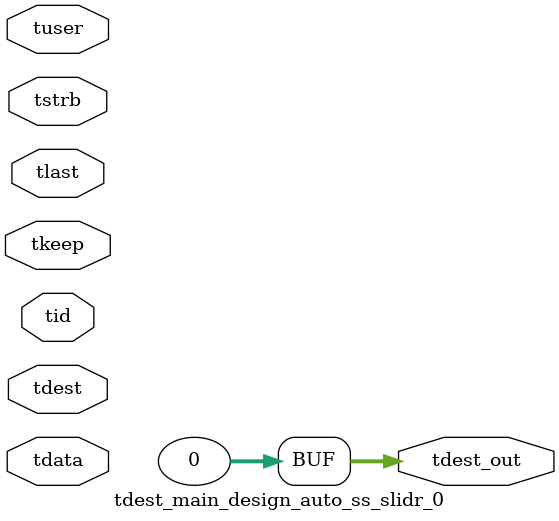
<source format=v>


`timescale 1ps/1ps

module tdest_main_design_auto_ss_slidr_0 #
(
parameter C_S_AXIS_TDATA_WIDTH = 32,
parameter C_S_AXIS_TUSER_WIDTH = 0,
parameter C_S_AXIS_TID_WIDTH   = 0,
parameter C_S_AXIS_TDEST_WIDTH = 0,
parameter C_M_AXIS_TDEST_WIDTH = 32
)
(
input  [(C_S_AXIS_TDATA_WIDTH == 0 ? 1 : C_S_AXIS_TDATA_WIDTH)-1:0     ] tdata,
input  [(C_S_AXIS_TUSER_WIDTH == 0 ? 1 : C_S_AXIS_TUSER_WIDTH)-1:0     ] tuser,
input  [(C_S_AXIS_TID_WIDTH   == 0 ? 1 : C_S_AXIS_TID_WIDTH)-1:0       ] tid,
input  [(C_S_AXIS_TDEST_WIDTH == 0 ? 1 : C_S_AXIS_TDEST_WIDTH)-1:0     ] tdest,
input  [(C_S_AXIS_TDATA_WIDTH/8)-1:0 ] tkeep,
input  [(C_S_AXIS_TDATA_WIDTH/8)-1:0 ] tstrb,
input                                                                    tlast,
output [C_M_AXIS_TDEST_WIDTH-1:0] tdest_out
);

assign tdest_out = {1'b0};

endmodule


</source>
